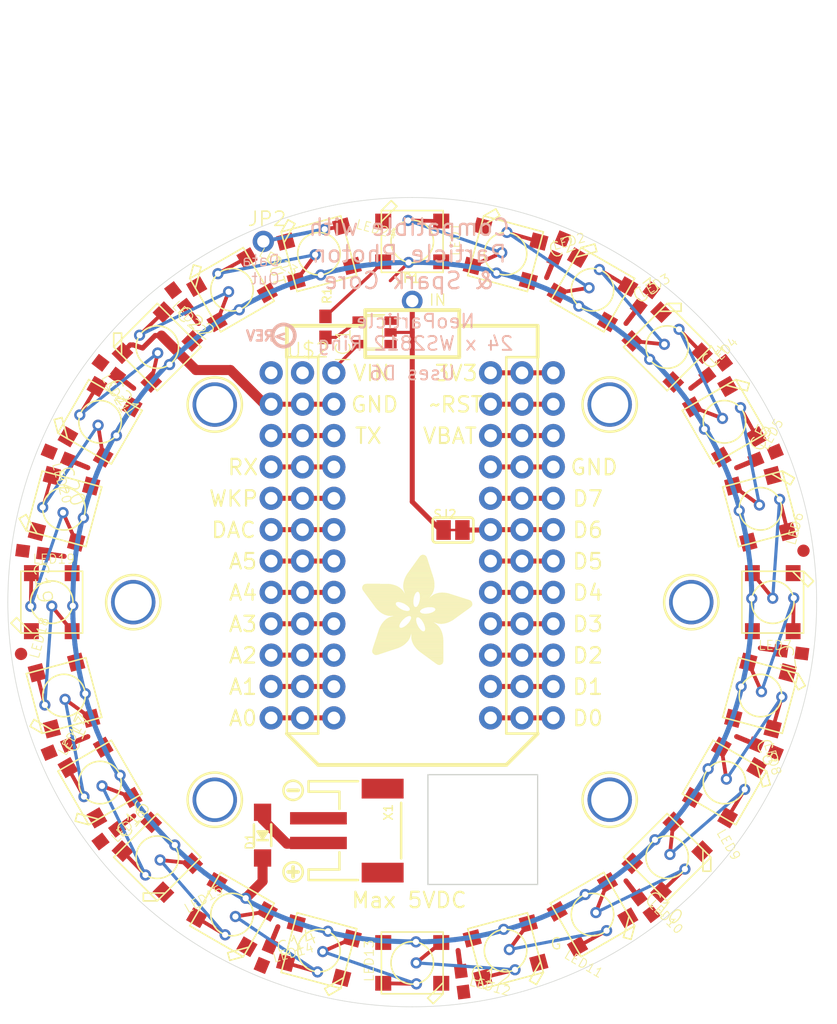
<source format=kicad_pcb>
(kicad_pcb (version 20211014) (generator pcbnew)
  (layers (0 "F.Cu" signal) (31 "B.Cu" signal) (34 "B.Paste" user) (35 "F.Paste" user) (36 "B.SilkS" user "B.Silkscreen") (37 "F.SilkS" user "F.Silkscreen") (38 "B.Mask" user) (39 "F.Mask" user) (44 "Edge.Cuts" user))
  (net 0 "")
  (net 1 "N$1")
  (net 2 "N$2")
  (net 3 "N$3")
  (net 4 "N$4")
  (net 5 "N$5")
  (net 6 "N$6")
  (net 7 "N$7")
  (net 8 "N$8")
  (net 9 "N$9")
  (net 10 "N$10")
  (net 11 "N$11")
  (net 12 "GND")
  (net 13 "VDD")
  (net 14 "N$12")
  (net 15 "N$13")
  (net 16 "N$14")
  (net 17 "N$15")
  (net 18 "N$16")
  (net 19 "N$17")
  (net 20 "N$18")
  (net 21 "N$19")
  (net 22 "N$20")
  (net 23 "N$21")
  (net 24 "N$22")
  (net 25 "N$23")
  (net 26 "N$24")
  (net 27 "N$25")
  (net 28 "N$28")
  (net 29 "D0")
  (net 30 "D1")
  (net 31 "D2")
  (net 32 "TX")
  (net 33 "RX")
  (net 34 "WKP")
  (net 35 "DAC")
  (net 36 "A5")
  (net 37 "A4")
  (net 38 "A3")
  (net 39 "A2")
  (net 40 "A1")
  (net 41 "A0")
  (net 42 "D7")
  (net 43 "D6")
  (net 44 "D5")
  (net 45 "D4")
  (net 46 "D3")
  (net 47 "VBAT")
  (net 48 "~{RST}")
  (net 49 "3V3")
  (net 50 "DIN")
  (net 51 "N$26")
  (footprint "boardEagle:SYMBOL_PLUS" (layer "F.Cu") (at 138.8491 126.8476)
    (fp_text reference "U$7" hide)
    (fp_text value "" hide)
  )
  (footprint "boardEagle:WS2812B-NARROW" (layer "F.Cu") (at 140.941044 76.789025 15)
    (fp_text reference "LED24")
    (fp_text value "WS2812B5050" hide)
  )
  (footprint "boardEagle:ADAFRUIT_9MM" (layer "F.Cu") (at 144.4371 110.0836)
    (fp_text reference "U$1" hide)
    (fp_text value "" hide)
  )
  (footprint "boardEagle:MOUNTINGHOLE_3.0_PLATEDTHIN" (layer "F.Cu") (at 125.8951 105.0036)
    (fp_text reference "U$9" hide)
    (fp_text value "MOUNTINGHOLE3.0THIN" hide)
  )
  (footprint "boardEagle:WS2812B-NARROW" (layer "F.Cu") (at 120.286525 112.563656 105)
    (fp_text reference "LED18")
    (fp_text value "WS2812B5050" hide)
  )
  (footprint "boardEagle:FIDUCIAL_1MM" (layer "F.Cu") (at 180.2003 100.838)
    (fp_text reference "FID2" hide)
    (fp_text value "FIDUCIAL\"\"" hide)
  )
  (footprint "boardEagle:WS2812B-NARROW" (layer "F.Cu") (at 156.061156 76.789025 -15)
    (fp_text reference "LED2")
    (fp_text value "WS2812B5050" hide)
  )
  (footprint "boardEagle:WS2812B-NARROW" (layer "F.Cu") (at 148.5011 134.2136 180)
    (fp_text reference "LED13")
    (fp_text value "WS2812B5050" hide)
  )
  (footprint "boardEagle:WS2812B-NARROW" (layer "F.Cu") (at 133.8961 130.300221 150)
    (fp_text reference "LED15")
    (fp_text value "WS2812B5050" hide)
  )
  (footprint "boardEagle:C0603" (layer "F.Cu") (at 177.130203 93.145104 22.5)
    (fp_text reference "C5")
    (fp_text value "1uF")
  )
  (footprint "boardEagle:MOUNTINGHOLE_3.0_PLATEDTHIN" (layer "F.Cu") (at 132.5011 89.0036)
    (fp_text reference "U$4" hide)
    (fp_text value "MOUNTINGHOLE3.0THIN" hide)
  )
  (footprint "boardEagle:WS2812B-NARROW" (layer "F.Cu") (at 140.941044 133.218175 165)
    (fp_text reference "LED14")
    (fp_text value "WS2812B5050" hide)
  )
  (footprint "boardEagle:C0603" (layer "F.Cu") (at 152.545796 135.726425 -82.5)
    (fp_text reference "C12")
    (fp_text value "1uF")
  )
  (footprint "boardEagle:WS2812B-NARROW" (layer "F.Cu") (at 127.846582 125.658118 135)
    (fp_text reference "LED16")
    (fp_text value "WS2812B5050" hide)
  )
  (footprint "boardEagle:WS2812B-NARROW" (layer "F.Cu") (at 120.286525 97.443544 75)
    (fp_text reference "LED20")
    (fp_text value "WS2812B5050" hide)
  )
  (footprint "boardEagle:1X01-CLEANBIG" (layer "F.Cu") (at 136.4361 75.7936)
    (fp_text reference "JP2")
    (fp_text value "")
  )
  (footprint "boardEagle:JSTPH2" (layer "F.Cu") (at 144.6011 123.5036 -90)
    (fp_text reference "X1")
    (fp_text value "JST-2PH")
  )
  (footprint "boardEagle:WS2812B-NARROW" (layer "F.Cu") (at 148.5011 75.7936)
    (fp_text reference "LED1")
    (fp_text value "WS2812B5050" hide)
  )
  (footprint "boardEagle:C0603" (layer "F.Cu") (at 123.916694 123.867925 -142.5)
    (fp_text reference "C16")
    (fp_text value "1uF")
  )
  (footprint "boardEagle:C0603" (layer "F.Cu") (at 167.365425 129.588006 -52.5)
    (fp_text reference "C10")
    (fp_text value "1uF")
  )
  (footprint "boardEagle:WS2812B-NARROW" (layer "F.Cu") (at 123.204479 90.3986 60)
    (fp_text reference "LED21")
    (fp_text value "WS2812B5050" hide)
  )
  (footprint "boardEagle:WS2812B-NARROW" (layer "F.Cu") (at 177.7111 105.0036 -90)
    (fp_text reference "LED7")
    (fp_text value "WS2812B5050" hide)
  )
  (footprint "boardEagle:C0603" (layer "F.Cu") (at 117.778275 100.958904 172.5)
    (fp_text reference "C19")
    (fp_text value "1uF")
  )
  (footprint "boardEagle:C0603" (layer "F.Cu") (at 167.365425 80.419194 52.5)
    (fp_text reference "C3")
    (fp_text value "1uF")
  )
  (footprint "boardEagle:MOUNTINGHOLE_3.0_PLATEDTHIN" (layer "F.Cu") (at 171.1071 105.0036)
    (fp_text reference "U$10" hide)
    (fp_text value "MOUNTINGHOLE3.0THIN" hide)
  )
  (footprint "boardEagle:WS2812B-NARROW" (layer "F.Cu") (at 163.1061 79.706979 -30)
    (fp_text reference "LED3")
    (fp_text value "WS2812B5050" hide)
  )
  (footprint "boardEagle:MOUNTINGHOLE_3.0_PLATEDTHIN" (layer "F.Cu") (at 132.5011 121.0036)
    (fp_text reference "U$5" hide)
    (fp_text value "MOUNTINGHOLE3.0THIN" hide)
  )
  (footprint "boardEagle:SOLDERJUMPER_CLOSEDWIRE" (layer "F.Cu") (at 151.8031 99.1616)
    (fp_text reference "SJ2")
    (fp_text value "")
  )
  (footprint "boardEagle:SYMBOL_MINUS" (layer "F.Cu") (at 138.8491 120.2436)
    (fp_text reference "U$8" hide)
    (fp_text value "" hide)
  )
  (footprint "boardEagle:1X01_ROUND" (layer "F.Cu") (at 148.5011 80.6196)
    (fp_text reference "JP1")
    (fp_text value "")
  )
  (footprint "boardEagle:WS2812B-NARROW" (layer "F.Cu") (at 163.1061 130.300221 -150)
    (fp_text reference "LED11")
    (fp_text value "WS2812B5050" hide)
  )
  (footprint "boardEagle:WS2812B-NARROW" (layer "F.Cu") (at 173.797721 90.3986 -60)
    (fp_text reference "LED5")
    (fp_text value "WS2812B5050" hide)
  )
  (footprint "boardEagle:MOUNTINGHOLE_3.0_PLATEDTHIN" (layer "F.Cu") (at 164.5011 121.0036)
    (fp_text reference "U$6" hide)
    (fp_text value "MOUNTINGHOLE3.0THIN" hide)
  )
  (footprint "boardEagle:WS2812B-NARROW" (layer "F.Cu") (at 169.155618 125.658118 -135)
    (fp_text reference "LED10")
    (fp_text value "WS2812B5050" hide)
  )
  (footprint "boardEagle:C0603" (layer "F.Cu") (at 160.359596 76.374497 67.5)
    (fp_text reference "C2")
    (fp_text value "1uF")
  )
  (footprint "boardEagle:WS2812B-NARROW" (layer "F.Cu") (at 156.061156 133.218175 -165)
    (fp_text reference "LED12")
    (fp_text value "WS2812B5050" hide)
  )
  (footprint "boardEagle:C0603" (layer "F.Cu") (at 129.636775 80.419194 127.5)
    (fp_text reference "C22")
    (fp_text value "1uF")
  )
  (footprint "boardEagle:C0603" (layer "F.Cu") (at 123.916694 86.139275 142.5)
    (fp_text reference "C21")
    (fp_text value "1uF")
  )
  (footprint "boardEagle:WS2812B-NARROW" (layer "F.Cu") (at 169.155618 84.349082 -45)
    (fp_text reference "LED4")
    (fp_text value "WS2812B5050" hide)
  )
  (footprint "boardEagle:SOT23-5" (layer "F.Cu") (at 145.4531 83.1596 90)
    (fp_text reference "IC1")
    (fp_text value "74AHC1G125DBV")
  )
  (footprint "boardEagle:WS2812B-NARROW" (layer "F.Cu") (at 119.2911 105.0036 90)
    (fp_text reference "LED19")
    (fp_text value "WS2812B5050" hide)
  )
  (footprint "boardEagle:WS2812B-NARROW" (layer "F.Cu") (at 176.715675 112.563656 -105)
    (fp_text reference "LED8")
    (fp_text value "WS2812B5050" hide)
  )
  (footprint "boardEagle:FIDUCIAL_1MM" (layer "F.Cu") (at 116.8019 109.1946)
    (fp_text reference "FID1" hide)
    (fp_text value "FIDUCIAL\"\"" hide)
  )
  (footprint "boardEagle:C0603" (layer "F.Cu") (at 177.130203 116.862096 -22.5)
    (fp_text reference "C8")
    (fp_text value "1uF")
  )
  (footprint "boardEagle:C0603" (layer "F.Cu") (at 179.223925 109.048296 -7.5)
    (fp_text reference "C7")
    (fp_text value "1uF")
  )
  (footprint "boardEagle:WS2812B-NARROW" (layer "F.Cu") (at 173.797721 119.6086 -120)
    (fp_text reference "LED9")
    (fp_text value "WS2812B5050" hide)
  )
  (footprint "boardEagle:0603-NO" (layer "F.Cu") (at 141.469797 82.711494 90)
    (fp_text reference "R1")
    (fp_text value "470 ohm")
  )
  (footprint "boardEagle:WS2812B-NARROW" (layer "F.Cu") (at 133.8961 79.706979 30)
    (fp_text reference "LED23")
    (fp_text value "WS2812B5050" hide)
  )
  (footprint "boardEagle:C0603" (layer "F.Cu") (at 136.642604 133.632703 -112.5)
    (fp_text reference "C14")
    (fp_text value "1uF")
  )
  (footprint "boardEagle:C0603" (layer "F.Cu") (at 173.085506 86.139275 37.5)
    (fp_text reference "C4")
    (fp_text value "1uF")
  )
  (footprint "boardEagle:WS2812B-NARROW" (layer "F.Cu") (at 176.715675 97.443544 -75)
    (fp_text reference "LED6")
    (fp_text value "WS2812B5050" hide)
  )
  (footprint "boardEagle:C0603" (layer "F.Cu") (at 119.871997 93.145104 157.5)
    (fp_text reference "C20")
    (fp_text value "1uF")
  )
  (footprint "boardEagle:C0603" (layer "F.Cu") (at 119.871997 116.862096 -157.5)
    (fp_text reference "C17")
    (fp_text value "1uF")
  )
  (footprint "boardEagle:MOUNTINGHOLE_3.0_PLATEDTHIN" (layer "F.Cu") (at 164.5011 89.0036)
    (fp_text reference "U$3" hide)
    (fp_text value "MOUNTINGHOLE3.0THIN" hide)
  )
  (footprint "boardEagle:SPARK_CORE_STACKABLE" (layer "F.Cu") (at 148.5011 100.4036)
    (fp_text reference "U$2")
    (fp_text value "PHOTON")
  )
  (footprint "boardEagle:WS2812B-NARROW" (layer "F.Cu") (at 123.204479 119.6086 120)
    (fp_text reference "LED17")
    (fp_text value "WS2812B5050" hide)
  )
  (footprint "boardEagle:WS2812B-NARROW" (layer "F.Cu") (at 127.846582 84.349082 45)
    (fp_text reference "LED22")
    (fp_text value "WS2812B5050" hide)
  )
  (footprint "boardEagle:SOD-123" (layer "F.Cu") (at 136.3731 123.8696 90)
    (fp_text reference "D1")
    (fp_text value "MBR120")
  )
  (footprint "boardEagle:PCBFEAT-REV-040" (layer "B.Cu") (at 138.0871 83.4136 180)
    (fp_text reference "U$11" hide)
    (fp_text value "" hide)
  )
  (gr_arc (start 181.2671 105.0036) (mid 171.670161 128.172661) (end 148.5011 137.7696) (layer "Edge.Cuts") (width 0.05))
  (gr_arc (start 148.5011 137.7696) (mid 125.332039 128.172661) (end 115.7351 105.0036) (layer "Edge.Cuts") (width 0.05))
  (gr_line (start 149.7711 118.9736) (end 158.6611 118.9736) (layer "Edge.Cuts") (width 0.1))
  (gr_line (start 149.7711 127.8636) (end 149.7711 118.9736) (layer "Edge.Cuts") (width 0.1))
  (gr_arc (start 148.5011 72.2376) (mid 171.670161 81.834539) (end 181.2671 105.0036) (layer "Edge.Cuts") (width 0.05))
  (gr_arc (start 115.7351 105.0036) (mid 125.332039 81.834539) (end 148.5011 72.2376) (layer "Edge.Cuts") (width 0.05))
  (gr_line (start 158.6611 118.9736) (end 158.6611 127.8636) (layer "Edge.Cuts") (width 0.1))
  (gr_line (start 158.6611 127.8636) (end 149.7711 127.8636) (layer "Edge.Cuts") (width 0.1))
  (gr_text "NeoParticle\n24 x WS2812 Ring" (at 148.7551 83.1596) (layer "B.SilkS") (effects (font (size 1.1176 1.1176) (thickness 0.1524)) (justify mirror)))
  (gr_text "Data\nOut" (at 137.8331 79.3496) (layer "B.SilkS") (effects (font (size 0.9144 0.9144) (thickness 0.1016)) (justify left bottom mirror)))
  (gr_text "Compatible with\nParticle Photon\n& Spark Core" (at 148.2471 76.8096) (layer "B.SilkS") (effects (font (size 1.34112 1.34112) (thickness 0.18288)) (justify mirror)))
  (gr_text "Uses D6" (at 148.5011 86.4616) (layer "B.SilkS") (effects (font (size 1.1176 1.1176) (thickness 0.1524)) (justify mirror)))
  (gr_text "~RST" (at 152.0571 89.0016) (layer "F.SilkS") (effects (font (size 1.251712 1.251712) (thickness 0.170688))))
  (gr_text "IN" (at 149.7965 81.0768) (layer "F.SilkS") (effects (font (size 0.9144 0.9144) (thickness 0.1016)) (justify left bottom)))
  (gr_text "GND" (at 145.4531 89.0016) (layer "F.SilkS") (effects (font (size 1.251712 1.251712) (thickness 0.170688))))
  (gr_text "VIN" (at 145.1991 86.4616) (layer "F.SilkS") (effects (font (size 1.251712 1.251712) (thickness 0.170688))))
  (gr_text "VBAT" (at 151.5491 91.5416) (layer "F.SilkS") (effects (font (size 1.251712 1.251712) (thickness 0.170688))))
  (gr_text "A2" (at 134.7851 109.3216) (layer "F.SilkS") (effects (font (size 1.251712 1.251712) (thickness 0.170688))))
  (gr_text "D6" (at 162.7251 99.1616) (layer "F.SilkS") (effects (font (size 1.251712 1.251712) (thickness 0.170688))))
  (gr_text "G" (at 159.6263 133.1976) (layer "F.SilkS") (effects (font (size 0.9144 0.9144) (thickness 0.1016)) (justify left bottom)))
  (gr_text "D1" (at 162.7251 111.8616) (layer "F.SilkS") (effects (font (size 1.251712 1.251712) (thickness 0.170688))))
  (gr_text "D4" (at 162.7251 104.2416) (layer "F.SilkS") (effects (font (size 1.251712 1.251712) (thickness 0.170688))))
  (gr_text "D3" (at 162.7251 106.7816) (layer "F.SilkS") (effects (font (size 1.251712 1.251712) (thickness 0.170688))))
  (gr_text "A0" (at 134.7851 114.4016) (layer "F.SilkS") (effects (font (size 1.251712 1.251712) (thickness 0.170688))))
  (gr_text "A5" (at 134.7851 101.7016) (layer "F.SilkS") (effects (font (size 1.251712 1.251712) (thickness 0.170688))))
  (gr_text "RX" (at 134.7851 94.0816) (layer "F.SilkS") (effects (font (size 1.251712 1.251712) (thickness 0.170688))))
  (gr_text "A1" (at 134.7851 111.8616) (layer "F.SilkS") (effects (font (size 1.251712 1.251712) (thickness 0.170688))))
  (gr_text "TX" (at 144.9451 91.5416) (layer "F.SilkS") (effects (font (size 1.251712 1.251712) (thickness 0.170688))))
  (gr_text "D5" (at 162.7251 101.7016) (layer "F.SilkS") (effects (font (size 1.251712 1.251712) (thickness 0.170688))))
  (gr_text "A3" (at 134.7851 106.7816) (layer "F.SilkS") (effects (font (size 1.251712 1.251712) (thickness 0.170688))))
  (gr_text "OUT" (at 136.5631 76.8858 285) (layer "F.SilkS") (effects (font (size 0.9144 0.9144) (thickness 0.1016)) (justify left bottom)))
  (gr_text "3V3" (at 152.0571 86.4616) (layer "F.SilkS") (effects (font (size 1.251712 1.251712) (thickness 0.170688))))
  (gr_text "GND" (at 163.2331 94.0816) (layer "F.SilkS") (effects (font (size 1.251712 1.251712) (thickness 0.170688))))
  (gr_text "D0" (at 162.7251 114.4016) (layer "F.SilkS") (effects (font (size 1.251712 1.251712) (thickness 0.170688))))
  (gr_text "D2" (at 162.7251 109.3216) (layer "F.SilkS") (effects (font (size 1.251712 1.251712) (thickness 0.170688))))
  (gr_text "A4" (at 134.7851 104.2416) (layer "F.SilkS") (effects (font (size 1.251712 1.251712) (thickness 0.170688))))
  (gr_text "WKP" (at 134.0231 96.6216) (layer "F.SilkS") (effects (font (size 1.251712 1.251712) (thickness 0.170688))))
  (gr_text "Max 5VDC" (at 148.2471 129.1336) (layer "F.SilkS") (effects (font (size 1.251712 1.251712) (thickness 0.170688))))
  (gr_text "D7" (at 162.7251 96.6216) (layer "F.SilkS") (effects (font (size 1.251712 1.251712) (thickness 0.170688))))
  (gr_text "DAC" (at 134.0231 99.1616) (layer "F.SilkS") (effects (font (size 1.251712 1.251712) (thickness 0.170688))))
  (segment (start 153.364178 77.774579) (end 155.753053 76.708) (width 0.3048) (layer "F.Cu") (net 1))
  (segment (start 150.8511 74.1436) (end 148.164041 74.095357) (width 0.3048) (layer "F.Cu") (net 1))
  (via (at 148.164041 74.095357) (size 0.9064) (drill 0.5) (layers "F.Cu" "B.Cu") (net 1))
  (via (at 155.753053 76.708) (size 0.9064) (drill 0.5) (layers "F.Cu" "B.Cu") (net 1))
  (segment (start 148.164041 74.095357) (end 155.753053 76.708) (width 0.254) (layer "B.Cu") (net 1))
  (segment (start 158.758131 75.803475) (end 156.174946 75.061319) (width 0.3048) (layer "F.Cu") (net 2))
  (segment (start 160.245937 79.960922) (end 162.82924 79.549244) (width 0.3048) (layer "F.Cu") (net 2))
  (via (at 162.82924 79.549244) (size 0.9064) (drill 0.5) (layers "F.Cu" "B.Cu") (net 2))
  (via (at 156.174946 75.061319) (size 0.9064) (drill 0.5) (layers "F.Cu" "B.Cu") (net 2))
  (segment (start 156.174946 75.061319) (end 162.82924 79.549244) (width 0.254) (layer "B.Cu") (net 2))
  (segment (start 165.966259 79.453038) (end 163.663121 78.067663) (width 0.3048) (layer "F.Cu") (net 3))
  (segment (start 166.32719 83.85411) (end 168.92905 84.125054) (width 0.3048) (layer "F.Cu") (net 3))
  (via (at 163.663121 78.067663) (size 0.9064) (drill 0.5) (layers "F.Cu" "B.Cu") (net 3))
  (via (at 168.92905 84.125054) (size 0.9064) (drill 0.5) (layers "F.Cu" "B.Cu") (net 3))
  (segment (start 163.663121 78.067663) (end 168.92905 84.125054) (width 0.254) (layer "B.Cu") (net 3))
  (segment (start 171.984043 84.844057) (end 170.118025 82.909919) (width 0.3048) (layer "F.Cu") (net 4))
  (segment (start 171.193778 89.188441) (end 173.63694 90.123519) (width 0.3048) (layer "F.Cu") (net 4))
  (via (at 170.118025 82.909919) (size 0.9064) (drill 0.5) (layers "F.Cu" "B.Cu") (net 4))
  (via (at 173.63694 90.123519) (size 0.9064) (drill 0.5) (layers "F.Cu" "B.Cu") (net 4))
  (segment (start 170.118025 82.909919) (end 173.63694 90.123519) (width 0.254) (layer "B.Cu") (net 4))
  (segment (start 174.513671 95.600672) (end 176.6316 97.136204) (width 0.3048) (layer "F.Cu") (net 5))
  (segment (start 175.099725 89.257632) (end 176.401662 91.608763) (width 0.3048) (layer "F.Cu") (net 5))
  (via (at 176.6316 97.136204) (size 0.9064) (drill 0.5) (layers "F.Cu" "B.Cu") (net 5))
  (via (at 175.099725 89.257632) (size 0.9064) (drill 0.5) (layers "F.Cu" "B.Cu") (net 5))
  (segment (start 175.099725 89.257632) (end 176.6316 97.136204) (width 0.254) (layer "B.Cu") (net 5))
  (segment (start 178.268884 96.678241) (end 178.917675 99.286419) (width 0.3048) (layer "F.Cu") (net 6))
  (segment (start 176.0611 102.6536) (end 177.709321 104.685085) (width 0.3048) (layer "F.Cu") (net 6))
  (via (at 178.268884 96.678241) (size 0.9064) (drill 0.5) (layers "F.Cu" "B.Cu") (net 6))
  (via (at 177.709321 104.685085) (size 0.9064) (drill 0.5) (layers "F.Cu" "B.Cu") (net 6))
  (segment (start 178.268884 96.678241) (end 177.709321 104.685085) (width 0.254) (layer "B.Cu") (net 6))
  (segment (start 179.3611 107.3536) (end 179.409343 104.666541) (width 0.3048) (layer "F.Cu") (net 7))
  (segment (start 175.730121 109.866678) (end 176.7967 112.255553) (width 0.3048) (layer "F.Cu") (net 7))
  (via (at 179.409343 104.666541) (size 0.9064) (drill 0.5) (layers "F.Cu" "B.Cu") (net 7))
  (via (at 176.7967 112.255553) (size 0.9064) (drill 0.5) (layers "F.Cu" "B.Cu") (net 7))
  (segment (start 179.409343 104.666541) (end 176.7967 112.255553) (width 0.254) (layer "B.Cu") (net 7))
  (segment (start 173.543778 116.748437) (end 173.955456 119.33174) (width 0.3048) (layer "F.Cu") (net 8))
  (segment (start 177.701225 115.260631) (end 178.443381 112.677446) (width 0.3048) (layer "F.Cu") (net 8))
  (via (at 178.443381 112.677446) (size 0.9064) (drill 0.5) (layers "F.Cu" "B.Cu") (net 8))
  (via (at 173.955456 119.33174) (size 0.9064) (drill 0.5) (layers "F.Cu" "B.Cu") (net 8))
  (segment (start 178.443381 112.677446) (end 173.955456 119.33174) (width 0.254) (layer "B.Cu") (net 8))
  (segment (start 174.051662 122.468759) (end 175.437037 120.165621) (width 0.3048) (layer "F.Cu") (net 9))
  (segment (start 169.65059 122.82969) (end 169.379646 125.43155) (width 0.3048) (layer "F.Cu") (net 9))
  (via (at 169.379646 125.43155) (size 0.9064) (drill 0.5) (layers "F.Cu" "B.Cu") (net 9))
  (via (at 175.437037 120.165621) (size 0.9064) (drill 0.5) (layers "F.Cu" "B.Cu") (net 9))
  (segment (start 175.437037 120.165621) (end 169.379646 125.43155) (width 0.254) (layer "B.Cu") (net 9))
  (segment (start 164.316259 127.696278) (end 163.381181 130.13944) (width 0.3048) (layer "F.Cu") (net 10))
  (segment (start 168.660643 128.486543) (end 170.594781 126.620525) (width 0.3048) (layer "F.Cu") (net 10))
  (via (at 170.594781 126.620525) (size 0.9064) (drill 0.5) (layers "F.Cu" "B.Cu") (net 10))
  (via (at 163.381181 130.13944) (size 0.9064) (drill 0.5) (layers "F.Cu" "B.Cu") (net 10))
  (segment (start 170.594781 126.620525) (end 163.381181 130.13944) (width 0.254) (layer "B.Cu") (net 10))
  (segment (start 161.895937 132.904162) (end 164.247068 131.602225) (width 0.3048) (layer "F.Cu") (net 11))
  (segment (start 156.368496 133.1341) (end 157.904028 131.016171) (width 0.3048) (layer "F.Cu") (net 11))
  (via (at 156.368496 133.1341) (size 0.9064) (drill 0.5) (layers "F.Cu" "B.Cu") (net 11))
  (via (at 164.247068 131.602225) (size 0.9064) (drill 0.5) (layers "F.Cu" "B.Cu") (net 11))
  (segment (start 164.247068 131.602225) (end 156.368496 133.1341) (width 0.254) (layer "B.Cu") (net 11))
  (segment (start 126.6571 84.4296) (end 127.6731 83.4136) (width 0.4064) (layer "F.Cu") (net 12))
  (segment (start 137.0711 88.9736) (end 136.5351 88.9736) (width 0.8128) (layer "F.Cu") (net 12))
  (segment (start 157.3911 94.0536) (end 159.9311 94.0536) (width 0.4064) (layer "F.Cu") (net 12))
  (segment (start 142.1791 89.0016) (end 142.1511 88.9736) (width 0.4064) (layer "F.Cu") (net 12))
  (segment (start 125.018157 84.844057) (end 125.018157 84.798544) (width 0.4064) (layer "F.Cu") (net 12))
  (segment (start 125.8951 84.1756) (end 126.6571 84.4296) (width 0.4064) (layer "F.Cu") (net 12))
  (segment (start 130.9751 86.2076) (end 128.1811 83.4136) (width 0.8128) (layer "F.Cu") (net 12))
  (segment (start 137.0711 88.9736) (end 139.6111 88.9736) (width 0.4064) (layer "F.Cu") (net 12))
  (segment (start 127.6731 83.4136) (end 128.1811 83.4136) (width 0.4064) (layer "F.Cu") (net 12))
  (segment (start 125.6411 84.1756) (end 125.8951 84.1756) (width 0.4064) (layer "F.Cu") (net 12))
  (segment (start 136.5351 88.9736) (end 133.7691 86.2076) (width 0.8128) (layer "F.Cu") (net 12))
  (segment (start 133.7691 86.2076) (end 130.9751 86.2076) (width 0.8128) (layer "F.Cu") (net 12))
  (segment (start 139.6111 88.9736) (end 142.1511 88.9736) (width 0.4064) (layer "F.Cu") (net 12))
  (segment (start 154.8511 94.0536) (end 157.3911 94.0536) (width 0.4064) (layer "F.Cu") (net 12))
  (segment (start 125.018157 84.798544) (end 125.6411 84.1756) (width 0.4064) (layer "F.Cu") (net 12))
  (segment (start 165.819075 82.434175) (end 166.283131 81.829657) (width 0.4064) (layer "F.Cu") (net 13))
  (segment (start 175.487584 93.825313) (end 176.344903 93.470385) (width 0.4064) (layer "F.Cu") (net 13))
  (segment (start 159.679387 78.017116) (end 160.034315 77.159797) (width 0.4064) (layer "F.Cu") (net 13))
  (segment (start 142.1511 86.4336) (end 142.1511 86.1116) (width 0.254) (layer "F.Cu") (net 13))
  (segment (start 175.487584 116.181887) (end 176.344903 116.536815) (width 0.4064) (layer "F.Cu") (net 13))
  (segment (start 146.7231 78.973172) (end 148.201125 77.495147) (width 0.254) (layer "F.Cu") (net 13))
  (segment (start 125.931675 122.321575) (end 125.327157 122.785631) (width 0.4064) (layer "F.Cu") (net 13))
  (segment (start 131.183125 82.434175) (end 130.719069 81.829657) (width 0.4064) (layer "F.Cu") (net 13))
  (segment (start 171.070525 87.685625) (end 171.675043 87.221569) (width 0.4064) (layer "F.Cu") (net 13))
  (segment (start 124.591047 123.350475) (end 125.327157 122.785631) (width 0.4064) (layer "F.Cu") (net 13))
  (segment (start 142.1511 86.1116) (end 144.1531 84.1096) (width 0.254) (layer "F.Cu") (net 13))
  (segment (start 166.283131 81.829657) (end 166.847975 81.093547) (width 0.4064) (layer "F.Cu") (net 13))
  (segment (start 136.3731 125.7196) (end 136.3731 127.610368) (width 0.8128) (layer "F.Cu") (net 13))
  (segment (start 177.461162 108.816393) (end 178.381193 108.937346) (width 0.4064) (layer "F.Cu") (net 13))
  (segment (start 120.657297 93.470385) (end 121.514616 93.825313) (width 0.4064) (layer "F.Cu") (net 13))
  (segment (start 130.154225 81.093547) (end 130.719069 81.829657) (width 0.4064) (layer "F.Cu") (net 13))
  (segment (start 165.819075 127.573025) (end 166.283131 128.177543) (width 0.4064) (layer "F.Cu") (net 13))
  (segment (start 122.21845 94.116907) (end 121.514616 93.825313) (width 0.4064) (layer "F.Cu") (net 13))
  (segment (start 176.705768 108.716825) (end 177.461162 108.816393) (width 0.4064) (layer "F.Cu") (net 13))
  (segment (start 121.514616 116.181887) (end 120.657297 116.536815) (width 0.4064) (layer "F.Cu") (net 13))
  (segment (start 171.675043 87.221569) (end 172.411153 86.656725) (width 0.4064) (layer "F.Cu") (net 13))
  (segment (start 120.296432 101.290375) (end 119.541038 101.190807) (width 0.4064) (layer "F.Cu") (net 13))
  (segment (start 166.283131 128.177543) (end 166.847975 128.913653) (width 0.4064) (layer "F.Cu") (net 13))
  (segment (start 152.214325 133.208268) (end 152.313893 133.963662) (width 0.4064) (layer "F.Cu") (net 13))
  (segment (start 125.327157 87.221569) (end 124.591047 86.656725) (width 0.4064) (layer "F.Cu") (net 13))
  (segment (start 174.78375 94.116907) (end 175.487584 93.825313) (width 0.4064) (layer "F.Cu") (net 13))
  (segment (start 137.322813 131.990084) (end 136.967885 132.847403) (width 0.4064) (layer "F.Cu") (net 13))
  (segment (start 152.313893 133.963662) (end 152.434846 134.883693) (width 0.4064) (layer "F.Cu") (net 13))
  (segment (start 125.931675 87.685625) (end 125.327157 87.221569) (width 0.4064) (layer "F.Cu") (net 13))
  (segment (start 159.387793 78.72095) (end 159.679387 78.017116) (width 0.4064) (layer "F.Cu") (net 13))
  (segment (start 122.21845 115.890293) (end 121.514616 116.181887) (width 0.4064) (layer "F.Cu") (net 13))
  (segment (start 118.621007 101.069854) (end 119.541038 101.190807) (width 0.4064) (layer "F.Cu") (net 13))
  (segment (start 137.614407 131.28625) (end 137.322813 131.990084) (width 0.4064) (layer "F.Cu") (net 13))
  (segment (start 136.3731 127.610368) (end 135.006841 128.976628) (width 0.8128) (layer "F.Cu") (net 13))
  (segment (start 174.78375 115.890293) (end 175.487584 116.181887) (width 0.4064) (layer "F.Cu") (net 13))
  (via (at 172.1739 90.98966) (size 0.9064) (drill 0.5) (layers "F.Cu" "B.Cu") (net 13))
  (via (at 174.994568 97.594166) (size 0.9064) (drill 0.5) (layers "F.Cu" "B.Cu") (net 13))
  (via (at 168.164762 124.242831) (size 0.9064) (drill 0.5) (layers "F.Cu" "B.Cu") (net 13))
  (via (at 148.801075 132.512053) (size 0.9064) (drill 0.5) (layers "F.Cu" "B.Cu") (net 13))
  (via (at 148.201125 77.495147) (size 0.9064) (drill 0.5) (layers "F.Cu" "B.Cu") (net 13))
  (via (at 134.48716 81.3308) (size 0.9064) (drill 0.5) (layers "F.Cu" "B.Cu") (net 13))
  (via (at 128.837438 85.764369) (size 0.9064) (drill 0.5) (layers "F.Cu" "B.Cu") (net 13))
  (via (at 141.091666 78.510132) (size 0.9064) (drill 0.5) (layers "F.Cu" "B.Cu") (net 13))
  (via (at 124.8283 119.01754) (size 0.9064) (drill 0.5) (layers "F.Cu" "B.Cu") (net 13))
  (via (at 162.51504 128.6764) (size 0.9064) (drill 0.5) (layers "F.Cu" "B.Cu") (net 13))
  (via (at 129.261869 124.667262) (size 0.9064) (drill 0.5) (layers "F.Cu" "B.Cu") (net 13))
  (via (at 161.995359 81.030572) (size 0.9064) (drill 0.5) (layers "F.Cu" "B.Cu") (net 13))
  (via (at 124.528072 91.509341) (size 0.9064) (drill 0.5) (layers "F.Cu" "B.Cu") (net 13))
  (via (at 155.330906 78.354938) (size 0.9064) (drill 0.5) (layers "F.Cu" "B.Cu") (net 13))
  (via (at 176.009553 104.703625) (size 0.9064) (drill 0.5) (layers "F.Cu" "B.Cu") (net 13))
  (via (at 122.007632 112.413034) (size 0.9064) (drill 0.5) (layers "F.Cu" "B.Cu") (net 13))
  (via (at 141.671294 131.652262) (size 0.9064) (drill 0.5) (layers "F.Cu" "B.Cu") (net 13))
  (via (at 121.852438 98.173794) (size 0.9064) (drill 0.5) (layers "F.Cu" "B.Cu") (net 13))
  (via (at 135.006841 128.976628) (size 0.9064) (drill 0.5) (layers "F.Cu" "B.Cu") (net 13))
  (via (at 175.149762 111.833406) (size 0.9064) (drill 0.5) (layers "F.Cu" "B.Cu") (net 13))
  (via (at 120.992647 105.303575) (size 0.9064) (drill 0.5) (layers "F.Cu" "B.Cu") (net 13))
  (via (at 167.740331 85.339938) (size 0.9064) (drill 0.5) (layers "F.Cu" "B.Cu") (net 13))
  (via (at 155.910534 131.497068) (size 0.9064) (drill 0.5) (layers "F.Cu" "B.Cu") (net 13))
  (via (at 172.474128 118.497859) (size 0.9064) (drill 0.5) (layers "F.Cu" "B.Cu") (net 13))
  (segment (start 169.113651 123.406075) (end 169.792121 122.614764) (width 0.4064) (layer "B.Cu") (net 13))
  (segment (start 124.298143 118.301603) (end 124.813544 119.207614) (width 0.4064) (layer "B.Cu") (net 13))
  (segment (start 149.232938 77.492737) (end 148.201041 77.4957) (width 0.4064) (layer "B.Cu") (net 13))
  (segment (start 140.991383 78.467755) (end 139.991768 78.76316) (width 0.4064) (layer "B.Cu") (net 13))
  (segment (start 172.704056 118.301605) (end 173.184375 117.376517) (width 0.4064) (layer "B.Cu") (net 13))
  (segment (start 171.63893 120.093221) (end 172.188655 119.207616) (width 0.4064) (layer "B.Cu") (net 13))
  (segment (start 124.813545 90.799584) (end 124.298144 91.705595) (width 0.4064) (layer "B.Cu") (net 13))
  (segment (start 143.020873 132.014364) (end 144.04777 132.193181) (width 0.4064) (layer "B.Cu") (net 13))
  (segment (start 148.201127 77.495147) (end 147.158968 77.515113) (width 0.4064) (layer "B.Cu") (net 13))
  (segment (start 121.072482 107.386362) (end 121.172166 108.423935) (width 0.4064) (layer "B.Cu") (net 13))
  (segment (start 142.00158 78.210854) (end 140.991383 78.467755) (width 0.4064) (layer "B.Cu") (net 13))
  (segment (start 126.562417 88.209154) (end 125.946513 89.050079) (width 0.4064) (layer "B.Cu") (net 13))
  (segment (start 133.411479 128.14143) (end 134.297084 128.691155) (width 0.4064) (layer "B.Cu") (net 13))
  (segment (start 152.954428 132.193181) (end 153.981326 132.014364) (width 0.4064) (layer "B.Cu") (net 13))
  (segment (start 175.931327 102.641678) (end 175.83365 101.61441) (width 0.4064) (layer "B.Cu") (net 13))
  (segment (start 138.030131 130.539505) (end 139.0042 130.910563) (width 0.4064) (layer "B.Cu") (net 13))
  (segment (start 162.949258 81.459591) (end 162.057887 80.939708) (width 0.4064) (layer "B.Cu") (net 13))
  (segment (start 175.830034 108.423937) (end 175.929718 107.386364) (width 0.4064) (layer "B.Cu") (net 13))
  (segment (start 121.311519 109.456928) (end 121.490336 110.483826) (width 0.4064) (layer "B.Cu") (net 13))
  (segment (start 127.888549 86.601125) (end 127.210079 87.392436) (width 0.4064) (layer "B.Cu") (net 13))
  (segment (start 174.44004 95.595202) (end 174.076299 94.629535) (width 0.4064) (layer "B.Cu") (net 13))
  (segment (start 176.009553 105.303575) (end 176.009553 104.703625) (width 0.4064) (layer "B.Cu") (net 13))
  (segment (start 162.705114 128.691156) (end 163.590719 128.141431) (width 0.4064) (layer "B.Cu") (net 13))
  (segment (start 145.080765 77.674666) (end 144.047772 77.814019) (width 0.4064) (layer "B.Cu") (net 13))
  (segment (start 164.669699 82.598816) (end 163.820279 82.012892) (width 0.4064) (layer "B.Cu") (net 13))
  (segment (start 120.992647 105.303573) (end 121.012613 106.345732) (width 0.4064) (layer "B.Cu") (net 13))
  (segment (start 163.590719 128.141431) (end 164.454619 127.558188) (width 0.4064) (layer "B.Cu") (net 13))
  (segment (start 153.339422 77.8713) (end 152.318924 77.718313) (width 0.4064) (layer "B.Cu") (net 13))
  (segment (start 124.813544 119.207614) (end 125.363269 120.093219) (width 0.4064) (layer "B.Cu") (net 13))
  (segment (start 151.921435 132.332534) (end 152.954428 132.193181) (width 0.4064) (layer "B.Cu") (net 13))
  (segment (start 134.297084 128.691155) (end 135.203095 129.206556) (width 0.4064) (layer "B.Cu") (net 13))
  (segment (start 125.946512 120.957119) (end 126.562416 121.798045) (width 0.4064) (layer "B.Cu") (net 13))
  (segment (start 126.562416 121.798045) (end 127.210078 122.614762) (width 0.4064) (layer "B.Cu") (net 13))
  (segment (start 121.708354 111.50312) (end 121.965255 112.513317) (width 0.4064) (layer "B.Cu") (net 13))
  (segment (start 121.172166 108.423935) (end 121.311519 109.456928) (width 0.4064) (layer "B.Cu") (net 13))
  (segment (start 167.827432 85.251219) (end 167.076297 84.543676) (width 0.4064) (layer "B.Cu") (net 13))
  (segment (start 130.098625 125.616151) (end 130.889936 126.294621) (width 0.4064) (layer "B.Cu") (net 13))
  (segment (start 175.056441 97.564415) (end 174.766911 96.573964) (width 0.4064) (layer "B.Cu") (net 13))
  (segment (start 175.036945 112.513319) (end 175.293845 111.503122) (width 0.4064) (layer "B.Cu") (net 13))
  (segment (start 131.706654 126.942283) (end 132.547579 127.558187) (width 0.4064) (layer "B.Cu") (net 13))
  (segment (start 166.903574 125.616152) (end 167.668317 124.907871) (width 0.4064) (layer "B.Cu") (net 13))
  (segment (start 169.246571 86.749149) (end 168.551203 85.986729) (width 0.4064) (layer "B.Cu") (net 13))
  (segment (start 175.83365 101.61441) (end 175.697099 100.591584) (width 0.4064) (layer "B.Cu") (net 13))
  (segment (start 168.551203 85.986729) (end 167.827432 85.251219) (width 0.4064) (layer "B.Cu") (net 13))
  (segment (start 122.594137 95.5067) (end 122.260661 96.494266) (width 0.4064) (layer "B.Cu") (net 13))
  (segment (start 122.594136 114.500498) (end 122.965195 115.474567) (width 0.4064) (layer "B.Cu") (net 13))
  (segment (start 167.076297 84.543676) (end 166.298878 83.865118) (width 0.4064) (layer "B.Cu") (net 13))
  (segment (start 123.37329 116.433709) (end 123.817824 117.376515) (width 0.4064) (layer "B.Cu") (net 13))
  (segment (start 138.030133 79.467695) (end 137.070991 79.87579) (width 0.4064) (layer "B.Cu") (net 13))
  (segment (start 139.991768 78.76316) (end 139.004202 79.096636) (width 0.4064) (layer "B.Cu") (net 13))
  (segment (start 156.010817 131.539445) (end 157.010432 131.24404) (width 0.4064) (layer "B.Cu") (net 13))
  (segment (start 121.490336 99.523373) (end 121.311519 100.55027) (width 0.4064) (layer "B.Cu") (net 13))
  (segment (start 154.353386 78.062866) (end 153.339422 77.8713) (width 0.4064) (layer "B.Cu") (net 13))
  (segment (start 161.799103 129.206557) (end 162.705114 128.691156) (width 0.4064) (layer "B.Cu") (net 13))
  (segment (start 160.874015 129.686876) (end 161.799103 129.206557) (width 0.4064) (layer "B.Cu") (net 13))
  (segment (start 139.991766 131.244039) (end 140.991381 131.539445) (width 0.4064) (layer "B.Cu") (net 13))
  (segment (start 158.314935 79.208573) (end 157.341558 78.865999) (width 0.4064) (layer "B.Cu") (net 13))
  (segment (start 165.496294 83.216521) (end 164.669699 82.598816) (width 0.4064) (layer "B.Cu") (net 13))
  (segment (start 172.263866 90.925266) (end 171.724648 90.045457) (width 0.4064) (layer "B.Cu") (net 13))
  (segment (start 148.201125 77.495147) (end 148.201127 77.495147) (width 0.4064) (layer "B.Cu") (net 13))
  (segment (start 156.355893 78.560573) (end 155.359358 78.292733) (width 0.4064) (layer "B.Cu") (net 13))
  (segment (start 151.293361 77.604123) (end 150.264205 77.528895) (width 0.4064) (layer "B.Cu") (net 13))
  (segment (start 132.547579 127.558187) (end 133.411479 128.14143) (width 0.4064) (layer "B.Cu") (net 13))
  (segment (start 171.152465 89.186722) (end 170.548137 88.350296) (width 0.4064) (layer "B.Cu") (net 13))
  (segment (start 125.363269 120.093219) (end 125.946512 120.957119) (width 0.4064) (layer "B.Cu") (net 13))
  (segment (start 127.888548 123.406074) (end 128.596829 124.170817) (width 0.4064) (layer "B.Cu") (net 13))
  (segment (start 143.020874 77.992836) (end 142.00158 78.210854) (width 0.4064) (layer "B.Cu") (net 13))
  (segment (start 120.992647 104.703625) (end 120.992647 105.303575) (width 0.4064) (layer "B.Cu") (net 13))
  (segment (start 142.001578 131.796345) (end 143.020873 132.014364) (width 0.4064) (layer "B.Cu") (net 13))
  (segment (start 166.298878 83.865118) (end 165.496294 83.216521) (width 0.4064) (layer "B.Cu") (net 13))
  (segment (start 176.009553 104.703625) (end 176.009553 104.703626) (width 0.4064) (layer "B.Cu") (net 13))
  (segment (start 162.057887 80.939708) (end 161.147448 80.453992) (width 0.4064) (layer "B.Cu") (net 13))
  (segment (start 171.724648 90.045457) (end 171.152465 89.186722) (width 0.4064) (layer "B.Cu") (net 13))
  (segment (start 157.997998 130.910564) (end 158.972067 130.539505) (width 0.4064) (layer "B.Cu") (net 13))
  (segment (start 173.67621 93.678352) (end 173.240348 92.743021) (width 0.4064) (layer "B.Cu") (net 13))
  (segment (start 175.690681 109.45693) (end 175.830034 108.423937) (width 0.4064) (layer "B.Cu") (net 13))
  (segment (start 121.072482 102.620836) (end 120.992647 104.703625) (width 0.4064) (layer "B.Cu") (net 13))
  (segment (start 160.219249 80.003141) (end 159.274625 79.587802) (width 0.4064) (layer "B.Cu") (net 13))
  (segment (start 159.274625 79.587802) (end 158.314935 79.208573) (width 0.4064) (layer "B.Cu") (net 13))
  (segment (start 155.00062 131.796346) (end 156.010817 131.539445) (width 0.4064) (layer "B.Cu") (net 13))
  (segment (start 136.128185 80.320324) (end 135.203097 80.800643) (width 0.4064) (layer "B.Cu") (net 13))
  (segment (start 135.203097 80.800643) (end 134.297086 81.316044) (width 0.4064) (layer "B.Cu") (net 13))
  (segment (start 159.931209 130.13141) (end 160.874015 129.686876) (width 0.4064) (layer "B.Cu") (net 13))
  (segment (start 164.454619 127.558188) (end 165.295545 126.942284) (width 0.4064) (layer "B.Cu") (net 13))
  (segment (start 145.080763 132.332534) (end 146.118336 132.432218) (width 0.4064) (layer "B.Cu") (net 13))
  (segment (start 121.490336 110.483826) (end 121.708354 111.50312) (width 0.4064) (layer "B.Cu") (net 13))
  (segment (start 146.118336 132.432218) (end 148.201125 132.512053) (width 0.4064) (layer "B.Cu") (net 13))
  (segment (start 169.912534 87.537382) (end 169.246571 86.749149) (width 0.4064) (layer "B.Cu") (net 13))
  (segment (start 172.769341 91.824886) (end 172.263866 90.925266) (width 0.4064) (layer "B.Cu") (net 13))
  (segment (start 121.965255 97.493881) (end 121.708355 98.504078) (width 0.4064) (layer "B.Cu") (net 13))
  (segment (start 127.210079 87.392436) (end 126.562417 88.209154) (width 0.4064) (layer "B.Cu") (net 13))
  (segment (start 128.59683 85.836382) (end 127.888549 86.601125) (width 0.4064) (layer "B.Cu") (net 13))
  (segment (start 131.706655 83.064916) (end 130.889938 83.712578) (width 0.4064) (layer "B.Cu") (net 13))
  (segment (start 123.817824 117.376515) (end 124.298143 118.301603) (width 0.4064) (layer "B.Cu") (net 13))
  (segment (start 173.240348 92.743021) (end 172.769341 91.824886) (width 0.4064) (layer "B.Cu") (net 13))
  (segment (start 166.112262 126.294622) (end 166.903574 125.616152) (width 0.4064) (layer "B.Cu") (net 13))
  (segment (start 175.511864 110.483827) (end 175.690681 109.45693) (width 0.4064) (layer "B.Cu") (net 13))
  (segment (start 129.333882 124.90787) (end 130.098625 125.616151) (width 0.4064) (layer "B.Cu") (net 13))
  (segment (start 148.201125 132.512053) (end 148.801075 132.512053) (width 0.4064) (layer "B.Cu") (net 13))
  (segment (start 144.047772 77.814019) (end 143.020874 77.992836) (width 0.4064) (layer "B.Cu") (net 13))
  (segment (start 134.297086 81.316044) (end 133.411481 81.865769) (width 0.4064) (layer "B.Cu") (net 13))
  (segment (start 121.012613 106.345732) (end 121.072482 107.386362) (width 0.4064) (layer "B.Cu") (net 13))
  (segment (start 148.801073 132.512053) (end 149.843232 132.492087) (width 0.4064) (layer "B.Cu") (net 13))
  (segment (start 158.972067 130.539505) (end 159.931209 130.13141) (width 0.4064) (layer "B.Cu") (net 13))
  (segment (start 128.596829 124.170817) (end 129.333882 124.90787) (width 0.4064) (layer "B.Cu") (net 13))
  (segment (start 129.333883 85.099329) (end 128.59683 85.836382) (width 0.4064) (layer "B.Cu") (net 13))
  (segment (start 152.318924 77.718313) (end 151.293361 77.604123) (width 0.4064) (layer "B.Cu") (net 13))
  (segment (start 175.308215 98.565129) (end 175.056441 97.564415) (width 0.4064) (layer "B.Cu") (net 13))
  (segment (start 174.076299 94.629535) (end 173.67621 93.678352) (width 0.4064) (layer "B.Cu") (net 13))
  (segment (start 137.07099 130.131409) (end 138.030131 130.539505) (width 0.4064) (layer "B.Cu") (net 13))
  (segment (start 150.264205 77.528895) (end 149.232938 77.492737) (width 0.4064) (layer "B.Cu") (net 13))
  (segment (start 144.04777 132.193181) (end 145.080763 132.332534) (width 0.4064) (layer "B.Cu") (net 13))
  (segment (start 148.801075 132.512053) (end 148.801073 132.512053) (width 0.4064) (layer "B.Cu") (net 13))
  (segment (start 125.946513 89.050079) (end 125.36327 89.913979) (width 0.4064) (layer "B.Cu") (net 13))
  (segment (start 121.708355 98.504078) (end 121.490336 99.523373) (width 0.4064) (layer "B.Cu") (net 13))
  (segment (start 130.889938 83.712578) (end 130.098626 84.391048) (width 0.4064) (layer "B.Cu") (net 13))
  (segment (start 146.118338 77.574982) (end 145.080765 77.674666) (width 0.4064) (layer "B.Cu") (net 13))
  (segment (start 130.889936 126.294621) (end 131.706654 126.942283) (width 0.4064) (layer "B.Cu") (net 13))
  (segment (start 174.037005 115.474569) (end 174.408063 114.5005) (width 0.4064) (layer "B.Cu") (net 13))
  (segment (start 153.981326 132.014364) (end 155.00062 131.796346) (width 0.4064) (layer "B.Cu") (net 13))
  (segment (start 175.98999 103.671911) (end 175.931327 102.641678) (width 0.4064) (layer "B.Cu") (net 13))
  (segment (start 172.188655 119.207616) (end 172.704056 118.301605) (width 0.4064) (layer "B.Cu") (net 13))
  (segment (start 122.26066 113.512932) (end 122.594136 114.500498) (width 0.4064) (layer "B.Cu") (net 13))
  (segment (start 139.004202 79.096636) (end 138.030133 79.467695) (width 0.4064) (layer "B.Cu") (net 13))
  (segment (start 124.298144 91.705595) (end 123.817825 92.630683) (width 0.4064) (layer "B.Cu") (net 13))
  (segment (start 174.766911 96.573964) (end 174.44004 95.595202) (width 0.4064) (layer "B.Cu") (net 13))
  (segment (start 157.341558 78.865999) (end 156.355893 78.560573) (width 0.4064) (layer "B.Cu") (net 13))
  (segment (start 137.070991 79.87579) (end 136.128185 80.320324) (width 0.4064) (layer "B.Cu") (net 13))
  (segment (start 169.792121 122.614764) (end 170.439783 121.798046) (width 0.4064) (layer "B.Cu") (net 13))
  (segment (start 163.820279 82.012892) (end 162.949258 81.459591) (width 0.4064) (layer "B.Cu") (net 13))
  (segment (start 122.260661 96.494266) (end 121.965255 97.493881) (width 0.4064) (layer "B.Cu") (net 13))
  (segment (start 175.929718 107.386364) (end 176.009553 105.303575) (width 0.4064) (layer "B.Cu") (net 13))
  (segment (start 123.817825 92.630683) (end 123.373291 93.57349) (width 0.4064) (layer "B.Cu") (net 13))
  (segment (start 127.210078 122.614762) (end 127.888548 123.406074) (width 0.4064) (layer "B.Cu") (net 13))
  (segment (start 175.697099 100.591584) (end 175.52187 99.57467) (width 0.4064) (layer "B.Cu") (net 13))
  (segment (start 121.311519 100.55027) (end 121.172166 101.583263) (width 0.4064) (layer "B.Cu") (net 13))
  (segment (start 136.128183 129.686875) (end 137.07099 130.131409) (width 0.4064) (layer "B.Cu") (net 13))
  (segment (start 168.40537 124.170818) (end 169.113651 123.406075) (width 0.4064) (layer "B.Cu") (net 13))
  (segment (start 135.203095 129.206556) (end 136.128183 129.686875) (width 0.4064) (layer "B.Cu") (net 13))
  (segment (start 155.359358 78.292733) (end 154.353386 78.062866) (width 0.4064) (layer "B.Cu") (net 13))
  (segment (start 147.158968 77.515113) (end 146.118338 77.574982) (width 0.4064) (layer "B.Cu") (net 13))
  (segment (start 167.668317 124.907871) (end 168.40537 124.170818) (width 0.4064) (layer "B.Cu") (net 13))
  (segment (start 133.411481 81.865769) (end 132.547581 82.449012) (width 0.4064) (layer "B.Cu") (net 13))
  (segment (start 149.843232 132.492087) (end 150.883862 132.432218) (width 0.4064) (layer "B.Cu") (net 13))
  (segment (start 125.36327 89.913979) (end 124.813545 90.799584) (width 0.4064) (layer "B.Cu") (net 13))
  (segment (start 132.547581 82.449012) (end 131.706655 83.064916) (width 0.4064) (layer "B.Cu") (net 13))
  (segment (start 175.293845 111.503122) (end 175.511864 110.483827) (width 0.4064) (layer "B.Cu") (net 13))
  (segment (start 121.172166 101.583263) (end 121.072482 102.620836) (width 0.4064) (layer "B.Cu") (net 13))
  (segment (start 122.965195 94.532631) (end 122.594137 95.5067) (width 0.4064) (layer "B.Cu") (net 13))
  (segment (start 121.965255 112.513317) (end 122.26066 113.512932) (width 0.4064) (layer "B.Cu") (net 13))
  (segment (start 122.965195 115.474567) (end 123.37329 116.433709) (width 0.4064) (layer "B.Cu") (net 13))
  (segment (start 174.741539 113.512934) (end 175.036945 112.513319) (width 0.4064) (layer "B.Cu") (net 13))
  (segment (start 130.098626 84.391048) (end 129.333883 85.099329) (width 0.4064) (layer "B.Cu") (net 13))
  (segment (start 175.52187 99.57467) (end 175.308215 98.565129) (width 0.4064) (layer "B.Cu") (net 13))
  (segment (start 176.009553 104.703626) (end 175.98999 103.671911) (width 0.4064) (layer "B.Cu") (net 13))
  (segment (start 174.408063 114.5005) (end 174.741539 113.512934) (width 0.4064) (layer "B.Cu") (net 13))
  (segment (start 170.548137 88.350296) (end 169.912534 87.537382) (width 0.4064) (layer "B.Cu") (net 13))
  (segment (start 150.883862 132.432218) (end 151.921435 132.332534) (width 0.4064) (layer "B.Cu") (net 13))
  (segment (start 173.628909 116.43371) (end 174.037005 115.474569) (width 0.4064) (layer "B.Cu") (net 13))
  (segment (start 157.010432 131.24404) (end 157.997998 130.910564) (width 0.4064) (layer "B.Cu") (net 13))
  (segment (start 161.147448 80.453992) (end 160.219249 80.003141) (width 0.4064) (layer "B.Cu") (net 13))
  (segment (start 120.992647 105.303575) (end 120.992647 105.303573) (width 0.4064) (layer "B.Cu") (net 13))
  (segment (start 171.055687 120.957121) (end 171.63893 120.093221) (width 0.4064) (layer "B.Cu") (net 13))
  (segment (start 123.373291 93.57349) (end 122.965195 94.532631) (width 0.4064) (layer "B.Cu") (net 13))
  (segment (start 140.991381 131.539445) (end 142.001578 131.796345) (width 0.4064) (layer "B.Cu") (net 13))
  (segment (start 173.184375 117.376517) (end 173.628909 116.43371) (width 0.4064) (layer "B.Cu") (net 13))
  (segment (start 165.295545 126.942284) (end 166.112262 126.294622) (width 0.4064) (layer "B.Cu") (net 13))
  (segment (start 170.439783 121.798046) (end 171.055687 120.957121) (width 0.4064) (layer "B.Cu") (net 13))
  (segment (start 139.0042 130.910563) (end 139.991766 131.244039) (width 0.4064) (layer "B.Cu") (net 13))
  (segment (start 148.819615 134.211821) (end 150.8511 132.5636) (width 0.3048) (layer "F.Cu") (net 14))
  (segment (start 154.218281 135.420175) (end 156.826459 134.771384) (width 0.3048) (layer "F.Cu") (net 14))
  (via (at 156.826459 134.771384) (size 0.9064) (drill 0.5) (layers "F.Cu" "B.Cu") (net 14))
  (via (at 148.819615 134.211821) (size 0.9064) (drill 0.5) (layers "F.Cu" "B.Cu") (net 14))
  (segment (start 156.826459 134.771384) (end 148.819615 134.211821) (width 0.254) (layer "B.Cu") (net 14))
  (segment (start 141.249147 133.2992) (end 143.638022 132.232621) (width 0.3048) (layer "F.Cu") (net 15))
  (segment (start 146.1511 135.8636) (end 148.838159 135.911843) (width 0.3048) (layer "F.Cu") (net 15))
  (via (at 141.249147 133.2992) (size 0.9064) (drill 0.5) (layers "F.Cu" "B.Cu") (net 15))
  (via (at 148.838159 135.911843) (size 0.9064) (drill 0.5) (layers "F.Cu" "B.Cu") (net 15))
  (segment (start 148.838159 135.911843) (end 141.249147 133.2992) (width 0.254) (layer "B.Cu") (net 15))
  (segment (start 134.17296 130.457956) (end 136.756263 130.046278) (width 0.3048) (layer "F.Cu") (net 16))
  (segment (start 138.244069 134.203725) (end 140.827254 134.945881) (width 0.3048) (layer "F.Cu") (net 16))
  (via (at 140.827254 134.945881) (size 0.9064) (drill 0.5) (layers "F.Cu" "B.Cu") (net 16))
  (via (at 134.17296 130.457956) (size 0.9064) (drill 0.5) (layers "F.Cu" "B.Cu") (net 16))
  (segment (start 140.827254 134.945881) (end 134.17296 130.457956) (width 0.254) (layer "B.Cu") (net 16))
  (segment (start 128.07315 125.882146) (end 130.67501 126.15309) (width 0.3048) (layer "F.Cu") (net 17))
  (segment (start 131.035941 130.554162) (end 133.339079 131.939537) (width 0.3048) (layer "F.Cu") (net 17))
  (via (at 133.339079 131.939537) (size 0.9064) (drill 0.5) (layers "F.Cu" "B.Cu") (net 17))
  (via (at 128.07315 125.882146) (size 0.9064) (drill 0.5) (layers "F.Cu" "B.Cu") (net 17))
  (segment (start 133.339079 131.939537) (end 128.07315 125.882146) (width 0.254) (layer "B.Cu") (net 17))
  (segment (start 125.808422 120.818759) (end 123.36526 119.883681) (width 0.3048) (layer "F.Cu") (net 18))
  (segment (start 125.018157 125.163143) (end 126.884175 127.097281) (width 0.3048) (layer "F.Cu") (net 18))
  (via (at 126.884175 127.097281) (size 0.9064) (drill 0.5) (layers "F.Cu" "B.Cu") (net 18))
  (via (at 123.36526 119.883681) (size 0.9064) (drill 0.5) (layers "F.Cu" "B.Cu") (net 18))
  (segment (start 126.884175 127.097281) (end 123.36526 119.883681) (width 0.254) (layer "B.Cu") (net 18))
  (segment (start 120.600538 118.398437) (end 121.902475 120.749568) (width 0.3048) (layer "F.Cu") (net 19))
  (segment (start 122.488529 114.406528) (end 120.3706 112.870996) (width 0.3048) (layer "F.Cu") (net 19))
  (via (at 120.3706 112.870996) (size 0.9064) (drill 0.5) (layers "F.Cu" "B.Cu") (net 19))
  (via (at 121.902475 120.749568) (size 0.9064) (drill 0.5) (layers "F.Cu" "B.Cu") (net 19))
  (segment (start 121.902475 120.749568) (end 120.3706 112.870996) (width 0.254) (layer "B.Cu") (net 19))
  (segment (start 118.733316 113.328959) (end 118.084525 110.720781) (width 0.3048) (layer "F.Cu") (net 20))
  (segment (start 119.292879 105.322115) (end 120.9411 107.3536) (width 0.3048) (layer "F.Cu") (net 20))
  (via (at 119.292879 105.322115) (size 0.9064) (drill 0.5) (layers "F.Cu" "B.Cu") (net 20))
  (via (at 118.733316 113.328959) (size 0.9064) (drill 0.5) (layers "F.Cu" "B.Cu") (net 20))
  (segment (start 118.733316 113.328959) (end 119.292879 105.322115) (width 0.254) (layer "B.Cu") (net 20))
  (segment (start 121.272079 100.140522) (end 120.2055 97.751647) (width 0.3048) (layer "F.Cu") (net 21))
  (segment (start 117.592857 105.340659) (end 117.6411 102.6536) (width 0.3048) (layer "F.Cu") (net 21))
  (via (at 117.592857 105.340659) (size 0.9064) (drill 0.5) (layers "F.Cu" "B.Cu") (net 21))
  (via (at 120.2055 97.751647) (size 0.9064) (drill 0.5) (layers "F.Cu" "B.Cu") (net 21))
  (segment (start 117.592857 105.340659) (end 120.2055 97.751647) (width 0.254) (layer "B.Cu") (net 21))
  (segment (start 123.458422 93.258763) (end 123.046744 90.67546) (width 0.3048) (layer "F.Cu") (net 22))
  (segment (start 118.558819 97.329754) (end 119.300975 94.746569) (width 0.254) (layer "F.Cu") (net 22))
  (via (at 118.558819 97.329754) (size 0.9064) (drill 0.5) (layers "F.Cu" "B.Cu") (net 22))
  (via (at 123.046744 90.67546) (size 0.9064) (drill 0.5) (layers "F.Cu" "B.Cu") (net 22))
  (segment (start 118.558819 97.329754) (end 123.046744 90.67546) (width 0.254) (layer "B.Cu") (net 22))
  (segment (start 127.35161 87.17751) (end 127.876554 84.82965) (width 0.3048) (layer "F.Cu") (net 23))
  (segment (start 121.565163 89.841579) (end 122.950538 87.538441) (width 0.3048) (layer "F.Cu") (net 23))
  (via (at 121.565163 89.841579) (size 0.9064) (drill 0.5) (layers "F.Cu" "B.Cu") (net 23))
  (via (at 127.876554 84.82965) (size 0.9064) (drill 0.5) (layers "F.Cu" "B.Cu") (net 23))
  (segment (start 121.565163 89.841579) (end 127.876554 84.82965) (width 0.254) (layer "B.Cu") (net 23))
  (segment (start 128.341557 81.520657) (end 126.407419 83.386675) (width 0.3048) (layer "F.Cu") (net 24))
  (segment (start 132.685941 82.310922) (end 133.621019 79.86776) (width 0.3048) (layer "F.Cu") (net 24))
  (via (at 126.407419 83.386675) (size 0.9064) (drill 0.5) (layers "F.Cu" "B.Cu") (net 24))
  (via (at 133.621019 79.86776) (size 0.9064) (drill 0.5) (layers "F.Cu" "B.Cu") (net 24))
  (segment (start 126.407419 83.386675) (end 133.621019 79.86776) (width 0.254) (layer "B.Cu") (net 24))
  (segment (start 139.098172 78.991029) (end 140.633704 76.8731) (width 0.3048) (layer "F.Cu") (net 25))
  (segment (start 132.755132 78.404975) (end 135.106263 77.103038) (width 0.3048) (layer "F.Cu") (net 25))
  (via (at 132.755132 78.404975) (size 0.9064) (drill 0.5) (layers "F.Cu" "B.Cu") (net 25))
  (via (at 140.633704 76.8731) (size 0.9064) (drill 0.5) (layers "F.Cu" "B.Cu") (net 25))
  (segment (start 132.755132 78.404975) (end 140.633704 76.8731) (width 0.254) (layer "B.Cu") (net 25))
  (segment (start 142.783919 74.587025) (end 141.4011 74.8036) (width 0.3048) (layer "F.Cu") (net 26))
  (via (at 141.4011 74.8036) (size 0.9064) (drill 0.5) (layers "F.Cu" "B.Cu") (net 26))
  (segment (start 141.4011 74.8036) (end 136.4361 75.7936) (width 0.3048) (layer "B.Cu") (net 26))
  (segment (start 141.469797 81.861494) (end 144.916994 78.677707) (width 0.254) (layer "F.Cu") (net 27))
  (segment (start 144.916994 78.677707) (end 146.1511 77.4436) (width 0.254) (layer "F.Cu") (net 27))
  (segment (start 138.3411 124.5616) (end 140.8431 124.5616) (width 0.8128) (layer "F.Cu") (net 28))
  (segment (start 136.3731 122.0196) (end 136.3731 122.5936) (width 0.8128) (layer "F.Cu") (net 28))
  (segment (start 136.3731 122.5936) (end 138.3411 124.5616) (width 0.8128) (layer "F.Cu") (net 28))
  (segment (start 140.8431 124.5616) (end 140.9011 124.5036) (width 0.8128) (layer "F.Cu") (net 28))
  (segment (start 159.9311 114.3736) (end 157.3911 114.3736) (width 0.4064) (layer "F.Cu") (net 29))
  (segment (start 157.3911 114.3736) (end 154.8511 114.3736) (width 0.4064) (layer "F.Cu") (net 29))
  (segment (start 157.3911 111.8336) (end 154.8511 111.8336) (width 0.4064) (layer "F.Cu") (net 30))
  (segment (start 157.3911 111.8336) (end 159.9311 111.8336) (width 0.4064) (layer "F.Cu") (net 30))
  (segment (start 157.3911 109.2936) (end 154.8511 109.2936) (width 0.4064) (layer "F.Cu") (net 31))
  (segment (start 159.9311 109.2936) (end 157.3911 109.2936) (width 0.4064) (layer "F.Cu") (net 31))
  (segment (start 137.0711 91.5136) (end 139.6111 91.5136) (width 0.4064) (layer "F.Cu") (net 32))
  (segment (start 139.6111 91.5136) (end 142.1511 91.5136) (width 0.4064) (layer "F.Cu") (net 32))
  (segment (start 142.1511 94.0536) (end 139.6111 94.0536) (width 0.4064) (layer "F.Cu") (net 33))
  (segment (start 139.6111 94.0536) (end 137.0711 94.0536) (width 0.4064) (layer "F.Cu") (net 33))
  (segment (start 139.6111 96.5936) (end 142.1511 96.5936) (width 0.4064) (layer "F.Cu") (net 34))
  (segment (start 139.6111 96.5936) (end 137.0711 96.5936) (width 0.4064) (layer "F.Cu") (net 34))
  (segment (start 137.0711 99.1336) (end 139.6111 99.1336) (width 0.4064) (layer "F.Cu") (net 35))
  (segment (start 139.6111 99.1336) (end 142.1511 99.1336) (width 0.4064) (layer "F.Cu") (net 35))
  (segment (start 142.1511 101.6736) (end 139.6111 101.6736) (width 0.4064) (layer "F.Cu") (net 36))
  (segment (start 139.6111 101.6736) (end 137.0711 101.6736) (width 0.4064) (layer "F.Cu") (net 36))
  (segment (start 142.1511 104.2136) (end 139.6111 104.2136) (width 0.4064) (layer "F.Cu") (net 37))
  (segment (start 137.0711 104.2136) (end 139.6111 104.2136) (width 0.4064) (layer "F.Cu") (net 37))
  (segment (start 137.0711 106.7536) (end 139.6111 106.7536) (width 0.4064) (layer "F.Cu") (net 38))
  (segment (start 139.6111 106.7536) (end 142.1511 106.7536) (width 0.4064) (layer "F.Cu") (net 38))
  (segment (start 142.1511 109.2936) (end 139.6111 109.2936) (width 0.4064) (layer "F.Cu") (net 39))
  (segment (start 139.6111 109.2936) (end 137.0711 109.2936) (width 0.4064) (layer "F.Cu") (net 39))
  (segment (start 137.0711 111.8336) (end 139.6111 111.8336) (width 0.4064) (layer "F.Cu") (net 40))
  (segment (start 139.6111 111.8336) (end 142.1511 111.8336) (width 0.4064) (layer "F.Cu") (net 40))
  (segment (start 139.6111 114.3736) (end 137.0711 114.3736) (width 0.4064) (layer "F.Cu") (net 41))
  (segment (start 142.1511 114.3736) (end 139.6111 114.3736) (width 0.4064) (layer "F.Cu") (net 41))
  (segment (start 155.5851 96.5936) (end 155.3591 96.3676) (width 0.4064) (layer "F.Cu") (net 42))
  (segment (start 154.8511 96.5936) (end 155.5851 96.5936) (width 0.4064) (layer "F.Cu") (net 42))
  (segment (start 157.3911 96.5936) (end 155.5851 96.5936) (width 0.4064) (layer "F.Cu") (net 42))
  (segment (start 154.8231 96.6216) (end 154.8511 96.5936) (width 0.4064) (layer "F.Cu") (net 42))
  (segment (start 159.9311 96.5936) (end 157.3911 96.5936) (width 0.4064) (layer "F.Cu") (net 42))
  (segment (start 157.3911 99.1336) (end 159.9311 99.1336) (width 0.4064) (layer "F.Cu") (net 43))
  (segment (start 152.5651 99.1616) (end 154.8511 99.1616) (width 0.4064) (layer "F.Cu") (net 43))
  (segment (start 154.8511 99.1616) (end 154.8511 99.1336) (width 0.4064) (layer "F.Cu") (net 43))
  (segment (start 154.8511 99.1336) (end 157.3911 99.1336) (width 0.4064) (layer "F.Cu") (net 43))
  (segment (start 154.8511 101.6736) (end 157.3911 101.6736) (width 0.4064) (layer "F.Cu") (net 44))
  (segment (start 157.3911 101.6736) (end 159.9311 101.6736) (width 0.4064) (layer "F.Cu") (net 44))
  (segment (start 157.3911 104.2136) (end 159.9311 104.2136) (width 0.4064) (layer "F.Cu") (net 45))
  (segment (start 154.8511 104.2136) (end 157.3911 104.2136) (width 0.4064) (layer "F.Cu") (net 45))
  (segment (start 157.3911 106.7536) (end 159.9311 106.7536) (width 0.4064) (layer "F.Cu") (net 46))
  (segment (start 154.8511 106.7536) (end 157.3911 106.7536) (width 0.4064) (layer "F.Cu") (net 46))
  (segment (start 154.8511 91.5136) (end 157.3911 91.5136) (width 0.4064) (layer "F.Cu") (net 47))
  (segment (start 157.3911 91.5136) (end 159.9311 91.5136) (width 0.4064) (layer "F.Cu") (net 47))
  (segment (start 159.9311 88.9736) (end 157.3911 88.9736) (width 0.4064) (layer "F.Cu") (net 48))
  (segment (start 157.3911 88.9736) (end 154.8511 88.9736) (width 0.4064) (layer "F.Cu") (net 48))
  (segment (start 157.3911 86.4336) (end 159.9311 86.4336) (width 0.4064) (layer "F.Cu") (net 49))
  (segment (start 154.8511 86.4336) (end 157.3911 86.4336) (width 0.4064) (layer "F.Cu") (net 49))
  (segment (start 151.0411 99.1616) (end 150.7871 99.1616) (width 0.4064) (layer "F.Cu") (net 50))
  (segment (start 148.5011 83.9216) (end 148.5011 96.8756) (width 0.4064) (layer "F.Cu") (net 50))
  (segment (start 148.5011 83.8556) (end 148.5011 83.9216) (width 0.254) (layer "F.Cu") (net 50))
  (segment (start 148.5011 80.6196) (end 148.5011 83.1596) (width 0.4064) (layer "F.Cu") (net 50))
  (segment (start 148.5011 83.1596) (end 148.5011 83.9216) (width 0.4064) (layer "F.Cu") (net 50))
  (segment (start 146.7431 83.1596) (end 148.5011 83.1596) (width 0.254) (layer "F.Cu") (net 50))
  (segment (start 148.5011 96.8756) (end 150.7871 99.1616) (width 0.4064) (layer "F.Cu") (net 50))
  (segment (start 142.293207 83.561494) (end 144.1531 82.2096) (width 0.254) (layer "F.Cu") (net 51))
  (segment (start 141.469797 83.561494) (end 142.293207 83.561494) (width 0.254) (layer "F.Cu") (net 51))
)
</source>
